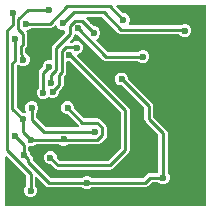
<source format=gbl>
G04*
G04 #@! TF.GenerationSoftware,Altium Limited,Altium Designer,22.2.1 (43)*
G04*
G04 Layer_Physical_Order=2*
G04 Layer_Color=9720587*
%FSLAX44Y44*%
%MOMM*%
G71*
G04*
G04 #@! TF.SameCoordinates,612C7892-4D37-43AA-9E06-CC9A3CA42B8A*
G04*
G04*
G04 #@! TF.FilePolarity,Positive*
G04*
G01*
G75*
%ADD11C,0.2500*%
%ADD49C,0.6000*%
G36*
X175000Y5000D02*
X5000D01*
Y46434D01*
X6173Y46919D01*
X22677Y30416D01*
Y21955D01*
X21837Y21116D01*
X21000Y19094D01*
Y16906D01*
X21837Y14885D01*
X23384Y13337D01*
X25406Y12500D01*
X27594D01*
X29615Y13337D01*
X31163Y14885D01*
X32000Y16906D01*
Y19094D01*
X31163Y21116D01*
X30323Y21955D01*
Y29110D01*
X31497Y29596D01*
X39296Y21796D01*
X40537Y20968D01*
X42000Y20677D01*
X70045D01*
X70884Y19837D01*
X72906Y19000D01*
X75094D01*
X77116Y19837D01*
X77955Y20677D01*
X123000D01*
X124463Y20968D01*
X125704Y21796D01*
X129084Y25177D01*
X134545D01*
X135385Y24337D01*
X137406Y23500D01*
X139594D01*
X141615Y24337D01*
X143163Y25884D01*
X144000Y27906D01*
Y30094D01*
X143163Y32115D01*
X142323Y32955D01*
Y67000D01*
X142032Y68463D01*
X141204Y69704D01*
X130323Y80584D01*
Y89500D01*
X130032Y90963D01*
X129204Y92204D01*
X109000Y112407D01*
Y113594D01*
X108163Y115616D01*
X106615Y117163D01*
X104594Y118000D01*
X102406D01*
X100385Y117163D01*
X98837Y115616D01*
X98000Y113594D01*
Y111406D01*
X98837Y109384D01*
X100385Y107837D01*
X102406Y107000D01*
X103593D01*
X122677Y87916D01*
Y79000D01*
X122968Y77537D01*
X123796Y76296D01*
X134677Y65416D01*
Y32955D01*
X134545Y32823D01*
X127500D01*
X126037Y32532D01*
X124796Y31704D01*
X121416Y28323D01*
X77955D01*
X77116Y29163D01*
X75094Y30000D01*
X72906D01*
X70884Y29163D01*
X70045Y28323D01*
X43584D01*
X28323Y43584D01*
Y44500D01*
X28032Y45963D01*
X27204Y47204D01*
X26000Y48407D01*
Y49594D01*
X25163Y51616D01*
X24323Y52455D01*
Y55012D01*
X25379Y55718D01*
X25906Y55500D01*
X28094D01*
X30115Y56337D01*
X31205Y57427D01*
X50795D01*
X51385Y56837D01*
X53406Y56000D01*
X55594D01*
X57615Y56837D01*
X57955Y57177D01*
X83000D01*
X84463Y57468D01*
X85704Y58296D01*
X89954Y62546D01*
X90782Y63787D01*
X91073Y65250D01*
Y70589D01*
X90782Y72052D01*
X90307Y72763D01*
X90202Y73294D01*
X89373Y74534D01*
X85704Y78204D01*
X84463Y79032D01*
X83000Y79323D01*
X71834D01*
X63250Y87907D01*
Y89094D01*
X62413Y91116D01*
X60866Y92663D01*
X58844Y93500D01*
X56656D01*
X54634Y92663D01*
X53087Y91116D01*
X52250Y89094D01*
Y86906D01*
X53087Y84885D01*
X54634Y83337D01*
X56656Y82500D01*
X57843D01*
X67249Y73093D01*
X66862Y71921D01*
X66785Y71823D01*
X39084D01*
X31323Y79584D01*
Y84045D01*
X32163Y84885D01*
X33000Y86906D01*
Y89094D01*
X32163Y91116D01*
X30615Y92663D01*
X28594Y93500D01*
X26406D01*
X24385Y92663D01*
X22837Y91116D01*
X22000Y89094D01*
Y86906D01*
X22837Y84885D01*
X22900Y84822D01*
X22829Y84564D01*
X21308Y83820D01*
X21094Y83909D01*
X19907D01*
X14823Y88992D01*
Y124416D01*
X15610Y125203D01*
X15983Y125239D01*
X16884Y124337D01*
X18906Y123500D01*
X21094D01*
X23115Y124337D01*
X24663Y125885D01*
X25500Y127906D01*
Y130094D01*
X24663Y132115D01*
X23115Y133663D01*
X22942Y133735D01*
X22863Y134133D01*
X22034Y135373D01*
X21823Y135584D01*
Y138416D01*
X22103Y138696D01*
X22254Y138796D01*
X23082Y140037D01*
X23373Y141500D01*
Y150950D01*
X23082Y152413D01*
X22904Y152680D01*
X23583Y153950D01*
X23594D01*
X25615Y154787D01*
X26455Y155627D01*
X42450D01*
X43913Y155918D01*
X45154Y156746D01*
X46827Y158420D01*
X48178Y157975D01*
X48837Y156384D01*
X50384Y154837D01*
X52406Y154000D01*
X54594D01*
X54871Y154115D01*
X55927Y153409D01*
Y151834D01*
X45546Y141454D01*
X44718Y140213D01*
X44427Y138750D01*
Y129091D01*
X43371Y128385D01*
X43094Y128500D01*
X40906D01*
X38884Y127663D01*
X37337Y126116D01*
X36500Y124094D01*
Y122907D01*
X34296Y120704D01*
X33468Y119463D01*
X33177Y118000D01*
Y104955D01*
X32337Y104115D01*
X31500Y102094D01*
Y99906D01*
X32337Y97885D01*
X33884Y96337D01*
X35906Y95500D01*
X38094D01*
X40115Y96337D01*
X41250Y97472D01*
X41868Y96854D01*
X43889Y96017D01*
X46077D01*
X48099Y96854D01*
X49646Y98401D01*
X50483Y100423D01*
Y102237D01*
X53204Y104958D01*
X54032Y106198D01*
X54323Y107661D01*
Y114416D01*
X55454Y115547D01*
X56282Y116787D01*
X56573Y118250D01*
Y127109D01*
X57629Y127815D01*
X57906Y127700D01*
X59593D01*
X102677Y84616D01*
Y54084D01*
X91916Y43323D01*
X51084D01*
X48500Y45907D01*
Y47094D01*
X47663Y49116D01*
X46115Y50663D01*
X44094Y51500D01*
X41906D01*
X39885Y50663D01*
X38337Y49116D01*
X37500Y47094D01*
Y44906D01*
X38337Y42884D01*
X39885Y41337D01*
X41906Y40500D01*
X43093D01*
X46796Y36796D01*
X48037Y35968D01*
X49500Y35677D01*
X93500D01*
X94963Y35968D01*
X96204Y36796D01*
X109204Y49796D01*
X110032Y51037D01*
X110323Y52500D01*
Y86200D01*
X110032Y87663D01*
X109204Y88904D01*
X65781Y132327D01*
X66266Y133500D01*
X66594D01*
X68615Y134337D01*
X70163Y135885D01*
X71000Y137906D01*
Y140094D01*
X70163Y142115D01*
X68615Y143663D01*
X66594Y144500D01*
X64406D01*
X62385Y143663D01*
X61995Y143273D01*
X59840D01*
X59354Y144447D01*
X62454Y147546D01*
X63282Y148787D01*
X63414Y149450D01*
X64767Y150265D01*
X65406Y150000D01*
X66593D01*
X87796Y128796D01*
X89037Y127968D01*
X90500Y127677D01*
X117545D01*
X118385Y126837D01*
X120406Y126000D01*
X122594D01*
X124615Y126837D01*
X126163Y128385D01*
X127000Y130406D01*
Y132594D01*
X126163Y134615D01*
X124615Y136163D01*
X122594Y137000D01*
X120406D01*
X118385Y136163D01*
X117545Y135323D01*
X92084D01*
X82124Y145283D01*
X82371Y146529D01*
X83116Y146837D01*
X84663Y148385D01*
X85500Y150406D01*
Y152594D01*
X84663Y154615D01*
X83116Y156163D01*
X81094Y157000D01*
X80246D01*
X73339Y163907D01*
X73865Y165177D01*
X86916D01*
X100546Y151546D01*
X101787Y150718D01*
X103250Y150427D01*
X152320D01*
X152337Y150385D01*
X153884Y148837D01*
X155906Y148000D01*
X158094D01*
X160116Y148837D01*
X161663Y150385D01*
X162500Y152406D01*
Y154594D01*
X161663Y156615D01*
X160116Y158163D01*
X158094Y159000D01*
X155906D01*
X153884Y158163D01*
X153794Y158072D01*
X153785Y158073D01*
X110011D01*
X109525Y159247D01*
X109663Y159384D01*
X110500Y161406D01*
Y163594D01*
X109663Y165616D01*
X108116Y167163D01*
X106094Y168000D01*
X104907D01*
X99080Y173827D01*
X99566Y175000D01*
X175000D01*
Y5000D01*
D02*
G37*
D11*
X59500Y133200D02*
X106500Y86200D01*
X93500Y39500D02*
X106500Y52500D01*
Y86200D01*
X43000Y46000D02*
X49500Y39500D01*
X93500D01*
X37000Y101000D02*
Y118000D01*
X44983Y101517D02*
Y102144D01*
X50500Y107661D01*
X24500Y42000D02*
X42000Y24500D01*
X24500Y42000D02*
Y44500D01*
X20500Y48500D02*
X24500Y44500D01*
X42000Y24500D02*
X123000D01*
X18000Y140000D02*
X19500Y141500D01*
X18000Y134000D02*
Y140000D01*
Y134000D02*
X19330Y132670D01*
Y129670D02*
Y132670D01*
X20000Y68000D02*
Y76792D01*
X18500Y78000D02*
X18792D01*
X19796Y78204D02*
X20000Y78409D01*
X18500Y78000D02*
X18857Y78357D01*
Y79552D01*
X18792Y78000D02*
X20000Y76792D01*
X18704Y78204D02*
X19796D01*
X18500Y78000D02*
X18704Y78204D01*
X11000Y87409D02*
X18857Y79552D01*
X11000Y87409D02*
Y126000D01*
X20000Y68000D02*
X27000Y61000D01*
X19330Y129670D02*
X20000Y129000D01*
X19550Y141500D02*
Y150950D01*
X59000Y133200D02*
X59500D01*
X52750Y118250D02*
Y135974D01*
X50500Y116000D02*
X52750Y118250D01*
Y135974D02*
X56227Y139450D01*
X123000Y24500D02*
X127500Y29000D01*
X138500D01*
Y67000D01*
X126500Y79000D02*
X138500Y67000D01*
X20500Y48500D02*
Y57000D01*
X126500Y79000D02*
Y89500D01*
X103500Y112500D02*
X126500Y89500D01*
X37500Y68000D02*
X81000D01*
X27500Y78000D02*
Y88000D01*
Y78000D02*
X37500Y68000D01*
X53750Y61250D02*
X54000Y61000D01*
X55500D02*
X83000D01*
X55000Y61500D02*
X55500Y61000D01*
X86669Y71169D02*
Y71831D01*
Y71169D02*
X87250Y70589D01*
X83000Y75500D02*
X86669Y71831D01*
X87250Y65250D02*
Y70589D01*
X83000Y61000D02*
X87250Y65250D01*
X57750Y88000D02*
X70250Y75500D01*
X83000D01*
X12906Y127906D02*
Y146459D01*
X11000Y126000D02*
X12906Y127906D01*
X57000Y174000D02*
X93500D01*
X105000Y162500D01*
X56227Y139450D02*
X65050D01*
X65500Y139000D01*
X13500Y64000D02*
X20500Y57000D01*
X6000Y52500D02*
Y153500D01*
X26500Y18000D02*
Y32000D01*
X6000Y52500D02*
X26500Y32000D01*
X54000Y61000D02*
X54500Y61500D01*
X27000Y61000D02*
X27250Y61250D01*
X53750D01*
X44089Y110089D02*
Y116250D01*
X43500Y109500D02*
X44089Y110089D01*
X50500Y107661D02*
Y116000D01*
X59750Y150250D02*
Y157589D01*
X48250Y120411D02*
Y138750D01*
X59750Y150250D01*
X88500Y169000D02*
X103250Y154250D01*
X63000Y169000D02*
X88500D01*
X103250Y154250D02*
X153785D01*
X90500Y131500D02*
X121500D01*
X66500Y155500D02*
X90500Y131500D01*
X37000Y118000D02*
X42000Y123000D01*
X44089Y116250D02*
X48250Y120411D01*
X70089Y161750D02*
X80000Y151839D01*
Y151500D02*
Y151839D01*
X156330Y154170D02*
X157000Y153500D01*
X153866Y154170D02*
X156330D01*
X153785Y154250D02*
X153866Y154170D01*
X53500Y159500D02*
X63000Y169000D01*
X59750Y157589D02*
X63911Y161750D01*
X24042Y171042D02*
X42088D01*
X16000Y163000D02*
X24042Y171042D01*
X16000Y154500D02*
Y163000D01*
X22500Y159450D02*
X42450D01*
X6000Y153500D02*
X11500Y159000D01*
Y168500D01*
X16000Y154500D02*
X19550Y150950D01*
X42450Y159450D02*
X57000Y174000D01*
X63911Y161750D02*
X70089D01*
D49*
X113500Y57500D02*
D03*
X130000Y64000D02*
D03*
X44983Y101517D02*
D03*
X37000Y101000D02*
D03*
X25500Y135000D02*
D03*
X74000Y24500D02*
D03*
X67000Y32000D02*
D03*
X20000Y78409D02*
D03*
Y129000D02*
D03*
X59000Y133200D02*
D03*
X114500Y88000D02*
D03*
X137500Y81500D02*
D03*
X156500Y110000D02*
D03*
X79500Y162000D02*
D03*
X141500Y146500D02*
D03*
X162500Y143000D02*
D03*
X155000Y87000D02*
D03*
X90000Y57000D02*
D03*
X138500Y29000D02*
D03*
X98000Y32500D02*
D03*
X43000Y36000D02*
D03*
X27500Y88000D02*
D03*
X41500Y75500D02*
D03*
X81000Y68000D02*
D03*
X57750Y88000D02*
D03*
X105000Y162500D02*
D03*
X11000Y11000D02*
D03*
X170500Y56500D02*
D03*
X162000Y28500D02*
D03*
X170000Y11000D02*
D03*
X65500Y139000D02*
D03*
X58500Y110000D02*
D03*
X54500Y61500D02*
D03*
X75000Y12500D02*
D03*
X57500Y53500D02*
D03*
X20500Y48500D02*
D03*
X13500Y64000D02*
D03*
X43500Y109500D02*
D03*
X43000Y46000D02*
D03*
X80000Y89000D02*
D03*
X121500Y131500D02*
D03*
X42000Y123000D02*
D03*
X27000Y61000D02*
D03*
X26500Y18000D02*
D03*
X80000Y151500D02*
D03*
X103500Y112500D02*
D03*
X53500Y159500D02*
D03*
X22500Y159450D02*
D03*
X12906Y146459D02*
D03*
X11500Y168500D02*
D03*
X42088Y171042D02*
D03*
X66500Y155500D02*
D03*
X19156Y93500D02*
D03*
X39500Y147000D02*
D03*
X157000Y153500D02*
D03*
X125000Y11000D02*
D03*
M02*

</source>
